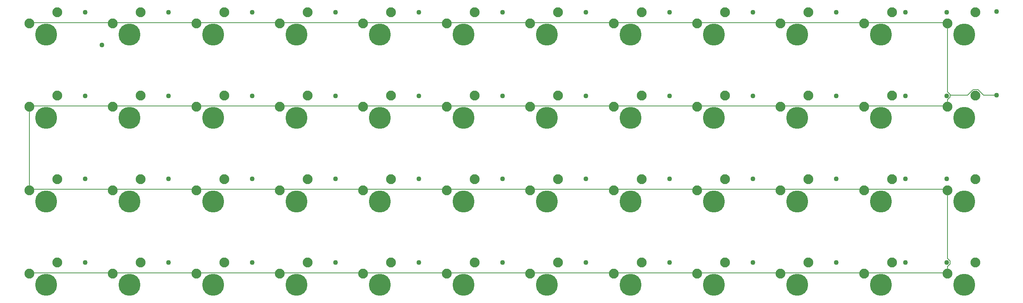
<source format=gbr>
G04 EAGLE Gerber RS-274X export*
G75*
%MOMM*%
%FSLAX34Y34*%
%LPD*%
%INBottom Copper*%
%IPPOS*%
%AMOC8*
5,1,8,0,0,1.08239X$1,22.5*%
G01*
G04 Define Apertures*
%ADD10C,5.003800*%
%ADD11C,2.247900*%
%ADD12C,1.108000*%
%ADD13C,0.152400*%
D10*
X88900Y88900D03*
D11*
X50800Y114300D03*
X114300Y139700D03*
D10*
X1798828Y88900D03*
D11*
X1760728Y114300D03*
X1824228Y139700D03*
D10*
X1988820Y88900D03*
D11*
X1950720Y114300D03*
X2014220Y139700D03*
D10*
X2178812Y88900D03*
D11*
X2140712Y114300D03*
X2204212Y139700D03*
D10*
X88900Y278892D03*
D11*
X50800Y304292D03*
X114300Y329692D03*
D10*
X278892Y278892D03*
D11*
X240792Y304292D03*
X304292Y329692D03*
D10*
X468884Y278892D03*
D11*
X430784Y304292D03*
X494284Y329692D03*
D10*
X658876Y278892D03*
D11*
X620776Y304292D03*
X684276Y329692D03*
D10*
X848868Y278892D03*
D11*
X810768Y304292D03*
X874268Y329692D03*
D10*
X1038860Y278892D03*
D11*
X1000760Y304292D03*
X1064260Y329692D03*
D10*
X1228852Y278892D03*
D11*
X1190752Y304292D03*
X1254252Y329692D03*
D10*
X278892Y88900D03*
D11*
X240792Y114300D03*
X304292Y139700D03*
D10*
X1418844Y278892D03*
D11*
X1380744Y304292D03*
X1444244Y329692D03*
D10*
X1608836Y278892D03*
D11*
X1570736Y304292D03*
X1634236Y329692D03*
D10*
X1798828Y278892D03*
D11*
X1760728Y304292D03*
X1824228Y329692D03*
D10*
X1988820Y278892D03*
D11*
X1950720Y304292D03*
X2014220Y329692D03*
D10*
X2178812Y278892D03*
D11*
X2140712Y304292D03*
X2204212Y329692D03*
D10*
X88900Y468884D03*
D11*
X50800Y494284D03*
X114300Y519684D03*
D10*
X278892Y468884D03*
D11*
X240792Y494284D03*
X304292Y519684D03*
D10*
X468884Y468884D03*
D11*
X430784Y494284D03*
X494284Y519684D03*
D10*
X658876Y468884D03*
D11*
X620776Y494284D03*
X684276Y519684D03*
D10*
X848868Y468884D03*
D11*
X810768Y494284D03*
X874268Y519684D03*
D10*
X468884Y88900D03*
D11*
X430784Y114300D03*
X494284Y139700D03*
D10*
X1038860Y468884D03*
D11*
X1000760Y494284D03*
X1064260Y519684D03*
D10*
X1228852Y468884D03*
D11*
X1190752Y494284D03*
X1254252Y519684D03*
D10*
X1418844Y468884D03*
D11*
X1380744Y494284D03*
X1444244Y519684D03*
D10*
X1608836Y468884D03*
D11*
X1570736Y494284D03*
X1634236Y519684D03*
D10*
X1798828Y468884D03*
D11*
X1760728Y494284D03*
X1824228Y519684D03*
D10*
X1988820Y468884D03*
D11*
X1950720Y494284D03*
X2014220Y519684D03*
D10*
X2178812Y468884D03*
D11*
X2140712Y494284D03*
X2204212Y519684D03*
D10*
X88900Y658876D03*
D11*
X50800Y684276D03*
X114300Y709676D03*
D10*
X278892Y658876D03*
D11*
X240792Y684276D03*
X304292Y709676D03*
D10*
X468884Y658876D03*
D11*
X430784Y684276D03*
X494284Y709676D03*
D10*
X658876Y88900D03*
D11*
X620776Y114300D03*
X684276Y139700D03*
D10*
X658876Y658876D03*
D11*
X620776Y684276D03*
X684276Y709676D03*
D10*
X848868Y658876D03*
D11*
X810768Y684276D03*
X874268Y709676D03*
D10*
X1038860Y658876D03*
D11*
X1000760Y684276D03*
X1064260Y709676D03*
D10*
X1228852Y658876D03*
D11*
X1190752Y684276D03*
X1254252Y709676D03*
D10*
X1418844Y658876D03*
D11*
X1380744Y684276D03*
X1444244Y709676D03*
D10*
X1608836Y658876D03*
D11*
X1570736Y684276D03*
X1634236Y709676D03*
D10*
X1798828Y658876D03*
D11*
X1760728Y684276D03*
X1824228Y709676D03*
D10*
X1988820Y658876D03*
D11*
X1950720Y684276D03*
X2014220Y709676D03*
D10*
X2178812Y658876D03*
D11*
X2140712Y684276D03*
X2204212Y709676D03*
D10*
X848868Y88900D03*
D11*
X810768Y114300D03*
X874268Y139700D03*
D10*
X1038860Y88900D03*
D11*
X1000760Y114300D03*
X1064260Y139700D03*
D10*
X1228852Y88900D03*
D11*
X1190752Y114300D03*
X1254252Y139700D03*
D10*
X1418844Y88900D03*
D11*
X1380744Y114300D03*
X1444244Y139700D03*
D10*
X1608836Y88900D03*
D11*
X1570736Y114300D03*
X1634236Y139700D03*
D12*
X747776Y519430D03*
X557784Y519430D03*
X367792Y519430D03*
X177800Y519430D03*
X2138680Y709930D03*
X2044700Y709930D03*
X1887728Y709930D03*
X1697736Y709930D03*
X1507744Y709930D03*
X1317752Y709930D03*
X1127760Y709930D03*
X937768Y709930D03*
X747776Y709930D03*
X557784Y709930D03*
X367792Y709930D03*
X177800Y709930D03*
X2251964Y711200D03*
X2251964Y520700D03*
X1507744Y330200D03*
X1317752Y330200D03*
X1127760Y330200D03*
X937768Y330200D03*
X747776Y330200D03*
X557784Y330200D03*
X367792Y330200D03*
X177800Y330200D03*
X2138680Y519430D03*
X2044700Y519430D03*
X1887728Y519430D03*
X1697736Y519430D03*
X1507744Y519430D03*
X1317752Y519430D03*
X1127760Y519430D03*
X937768Y519430D03*
X2138680Y139700D03*
X2044700Y139700D03*
X1887728Y139700D03*
X1697736Y139700D03*
X1507744Y139700D03*
X1317752Y139700D03*
X1127760Y139700D03*
X937768Y139700D03*
X747776Y139700D03*
X557784Y139700D03*
X367792Y139700D03*
X177800Y139700D03*
X2138680Y330200D03*
X2044700Y330200D03*
X1887728Y330200D03*
X1697736Y330200D03*
X215900Y635000D03*
D13*
X1380744Y114815D02*
X1382134Y116205D01*
X1380744Y114815D02*
X1380744Y114300D01*
X1382134Y116205D02*
X1569854Y116205D01*
X1570736Y115323D02*
X1570736Y114300D01*
X1570736Y115323D02*
X1569854Y116205D01*
X1570736Y114815D02*
X1572126Y116205D01*
X1570736Y114815D02*
X1570736Y114300D01*
X1572126Y116205D02*
X1759846Y116205D01*
X1760728Y115323D02*
X1760728Y114300D01*
X1760728Y115323D02*
X1759846Y116205D01*
X1760728Y114815D02*
X1762118Y116205D01*
X1760728Y114815D02*
X1760728Y114300D01*
X1762118Y116205D02*
X1949838Y116205D01*
X1950720Y115323D02*
X1950720Y114300D01*
X1950720Y115323D02*
X1949838Y116205D01*
X1950720Y114815D02*
X1952110Y116205D01*
X1950720Y114815D02*
X1950720Y114300D01*
X1952110Y116205D02*
X2139830Y116205D01*
X2140712Y115323D02*
X2140712Y114300D01*
X2140712Y115323D02*
X2139830Y116205D01*
X2146506Y136458D02*
X2146506Y142942D01*
X2140712Y130664D02*
X2140712Y114300D01*
X2140712Y148736D02*
X2140712Y304292D01*
X2146506Y136458D02*
X2140712Y130664D01*
X2146506Y142942D02*
X2140712Y148736D01*
X2140712Y304292D02*
X2140712Y305315D01*
X2139830Y306197D01*
X1952110Y306197D01*
X1950720Y304807D01*
X1950720Y304292D01*
X1951743Y304292D01*
X1949838Y306197D01*
X1762118Y306197D01*
X1760728Y304807D01*
X1760728Y304292D01*
X1760728Y305315D01*
X1759846Y306197D01*
X1572126Y306197D01*
X1570736Y304807D01*
X1570736Y304292D01*
X1570736Y305315D01*
X1569854Y306197D01*
X1382134Y306197D01*
X1380744Y304807D01*
X1380744Y304292D01*
X1380744Y305315D01*
X1379862Y306197D01*
X1192142Y306197D01*
X1190752Y304807D01*
X1190752Y304292D01*
X1190752Y305315D01*
X1189870Y306197D01*
X1002150Y306197D01*
X1000760Y304807D01*
X1000760Y304292D01*
X1000760Y305315D01*
X999878Y306197D01*
X812158Y306197D01*
X810768Y304807D01*
X810768Y304292D01*
X810768Y305315D01*
X809886Y306197D01*
X622166Y306197D01*
X620776Y304807D01*
X620776Y304292D01*
X620776Y305315D01*
X619894Y306197D01*
X432174Y306197D01*
X430784Y304807D01*
X430784Y304292D01*
X430784Y305315D01*
X429902Y306197D01*
X242182Y306197D01*
X240792Y304807D01*
X240792Y304292D01*
X240792Y305315D01*
X239910Y306197D01*
X52190Y306197D01*
X50800Y304807D01*
X50800Y304292D01*
X50800Y494284D01*
X50800Y494799D02*
X52190Y496189D01*
X50800Y494799D02*
X50800Y494284D01*
X52190Y496189D02*
X239910Y496189D01*
X240792Y495307D02*
X240792Y494284D01*
X240792Y495307D02*
X239910Y496189D01*
X240792Y494799D02*
X242182Y496189D01*
X240792Y494799D02*
X240792Y494284D01*
X242182Y496189D02*
X429902Y496189D01*
X430784Y495307D02*
X430784Y494284D01*
X430784Y495307D02*
X429902Y496189D01*
X430784Y494799D02*
X432174Y496189D01*
X430784Y494799D02*
X430784Y494284D01*
X432174Y496189D02*
X619894Y496189D01*
X620776Y495307D02*
X620776Y494284D01*
X620776Y495307D02*
X619894Y496189D01*
X620776Y494799D02*
X622166Y496189D01*
X620776Y494799D02*
X620776Y494284D01*
X622166Y496189D02*
X809886Y496189D01*
X810768Y495307D02*
X810768Y494284D01*
X810768Y495307D02*
X809886Y496189D01*
X810768Y494799D02*
X812158Y496189D01*
X810768Y494799D02*
X810768Y494284D01*
X812158Y496189D02*
X999878Y496189D01*
X1000760Y495307D02*
X1000760Y494284D01*
X1000760Y495307D02*
X999878Y496189D01*
X1000760Y494799D02*
X1002150Y496189D01*
X1000760Y494799D02*
X1000760Y494284D01*
X1002150Y496189D02*
X1189870Y496189D01*
X1190752Y495307D02*
X1190752Y494284D01*
X1190752Y495307D02*
X1189870Y496189D01*
X1190752Y494799D02*
X1192142Y496189D01*
X1190752Y494799D02*
X1190752Y494284D01*
X1192142Y496189D02*
X1379862Y496189D01*
X1380744Y495307D02*
X1380744Y494284D01*
X1380744Y495307D02*
X1379862Y496189D01*
X1380744Y494799D02*
X1382134Y496189D01*
X1380744Y494799D02*
X1380744Y494284D01*
X1382134Y496189D02*
X1569854Y496189D01*
X1570736Y495307D02*
X1570736Y494284D01*
X1570736Y495307D02*
X1569854Y496189D01*
X1570736Y494799D02*
X1572126Y496189D01*
X1570736Y494799D02*
X1570736Y494284D01*
X1572126Y496189D02*
X1759846Y496189D01*
X1760728Y495307D02*
X1760728Y494284D01*
X1760728Y495307D02*
X1759846Y496189D01*
X1760728Y494799D02*
X1762118Y496189D01*
X1760728Y494799D02*
X1760728Y494284D01*
X1762118Y496189D02*
X1949838Y496189D01*
X1950720Y495307D02*
X1950720Y494284D01*
X1950720Y495307D02*
X1949838Y496189D01*
X1950720Y494799D02*
X1952110Y496189D01*
X1950720Y494799D02*
X1950720Y494284D01*
X1952110Y496189D02*
X2139830Y496189D01*
X2140712Y495307D02*
X2140712Y494284D01*
X2140712Y495307D02*
X2139830Y496189D01*
X2146506Y516188D02*
X2146506Y520700D01*
X2146506Y522672D01*
X2140712Y510394D02*
X2140712Y494284D01*
X2140712Y528466D02*
X2140712Y684276D01*
X2146506Y516188D02*
X2140712Y510394D01*
X2146506Y522672D02*
X2140712Y528466D01*
X2140712Y684276D02*
X2140712Y685299D01*
X2139830Y686181D01*
X1952110Y686181D01*
X1950720Y684791D01*
X1950720Y684276D01*
X1950720Y685299D01*
X1949838Y686181D01*
X1762118Y686181D01*
X1760728Y684791D01*
X1760728Y684276D01*
X1760728Y685299D01*
X1759846Y686181D01*
X1572126Y686181D01*
X1570736Y684791D01*
X1570736Y684276D01*
X1570736Y685299D01*
X1569854Y686181D01*
X1382134Y686181D01*
X1380744Y684791D01*
X1380744Y684276D01*
X1380744Y685299D01*
X1379862Y686181D01*
X1192142Y686181D01*
X1190752Y684791D01*
X1190752Y684276D01*
X1190752Y685299D01*
X1189870Y686181D01*
X1002150Y686181D01*
X1000760Y684791D01*
X1000760Y684276D01*
X1001783Y684276D01*
X999878Y686181D01*
X812158Y686181D01*
X810768Y684791D01*
X810768Y684276D01*
X810768Y685299D01*
X809886Y686181D01*
X622166Y686181D01*
X620776Y684791D01*
X620776Y684276D01*
X620776Y685299D01*
X619894Y686181D01*
X432174Y686181D01*
X430784Y684791D01*
X430784Y684276D01*
X431807Y684276D01*
X429902Y686181D01*
X242182Y686181D01*
X240792Y684791D01*
X240792Y684276D01*
X241815Y684276D01*
X239910Y686181D01*
X52190Y686181D01*
X50800Y684791D01*
X50800Y684276D01*
X1378839Y116205D02*
X1380744Y114300D01*
X1378839Y116205D02*
X1192657Y116205D01*
X1190752Y114300D01*
X1188847Y116205D01*
X1002665Y116205D01*
X1000760Y114300D01*
X1001783Y114300D02*
X999878Y116205D01*
X812673Y116205D01*
X810768Y114300D01*
X1000760Y114300D02*
X1001783Y114300D01*
X809886Y116205D02*
X622681Y116205D01*
X620776Y114300D01*
X810768Y114300D02*
X810768Y115323D01*
X809886Y116205D01*
X620776Y115323D02*
X620776Y114300D01*
X620776Y115323D02*
X619894Y116205D01*
X432689Y116205D01*
X430784Y114300D01*
X430784Y115323D01*
X429902Y116205D01*
X242697Y116205D01*
X240792Y114300D01*
X239910Y116205D02*
X52190Y116205D01*
X240792Y115323D02*
X240792Y114300D01*
X240792Y115323D02*
X239910Y116205D01*
X52190Y116205D02*
X50800Y114815D01*
X50800Y114300D01*
X2198610Y533210D02*
X2209815Y533210D01*
X2222324Y520700D02*
X2251964Y520700D01*
X2186100Y520700D02*
X2146506Y520700D01*
X2209815Y533210D02*
X2222324Y520700D01*
X2198610Y533210D02*
X2186100Y520700D01*
M02*

</source>
